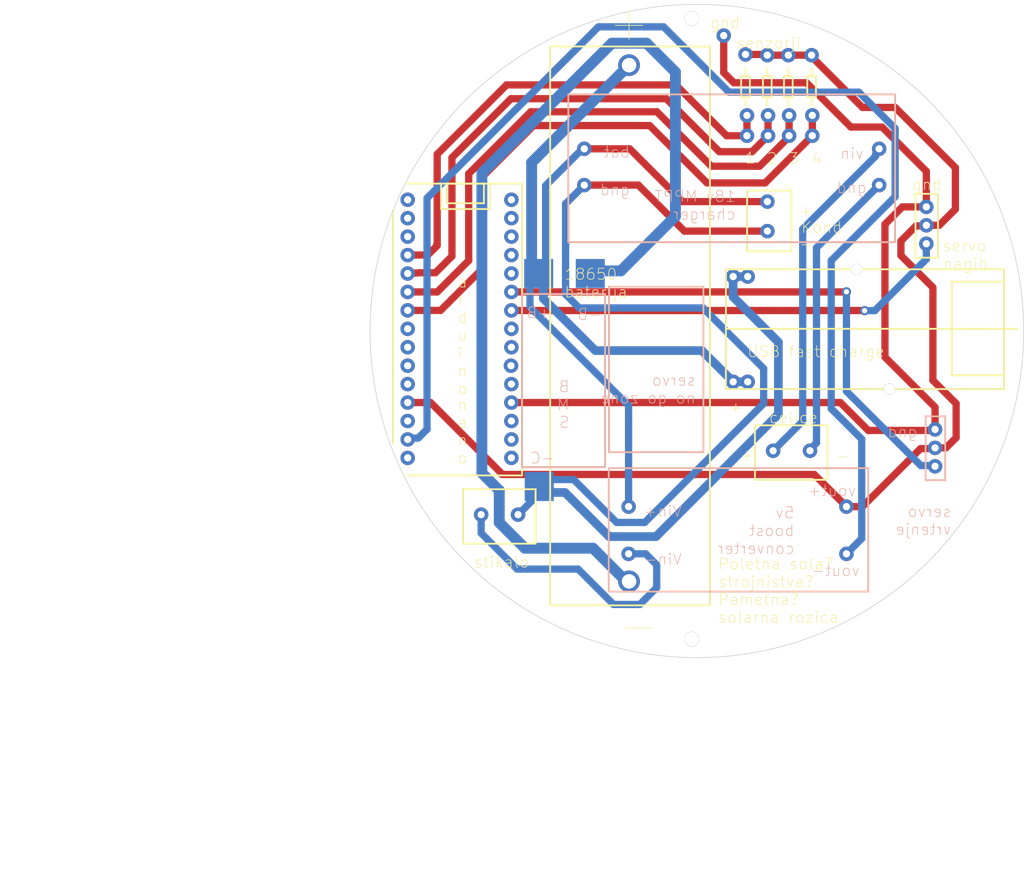
<source format=kicad_pcb>
(kicad_pcb (version 20241229) (generator "pcbnew") (generator_version "9.0")
  (layers (0 "F.Cu" signal) (2 "B.Cu" signal) (13 "F.Paste" user) (15 "B.Paste" user) (5 "F.SilkS" user) (7 "B.SilkS" user) (1 "F.Mask" user) (3 "B.Mask" user) (25 "Edge.Cuts" user))
  (net 0 "")
  (net 1 "Net1")
  (footprint "DEFAULT" (layer "F.Cu") (at 51.8 171.2)
    (property "Reference" "" (at 0 0 0) (layer "F.SilkS") (effects (font (size 1.27 1.27))))
    (property "Value" "")
    (pad "" thru_hole circle (at 86.364 -40.202) (size 3 3) (drill 2) (layers "*.Cu"))
    (pad "105" thru_hole circle (at 66 -49.4) (size 2 2) (drill 1) (layers "*.Cu"))
    (pad "105" thru_hole circle (at 106.2 -58.2) (size 2 2) (drill 1) (layers "*.Cu"))
    (pad "107" thru_hole circle (at 71.08 -49.4) (size 2 2) (drill 1) (layers "*.Cu"))
    (pad "107" thru_hole circle (at 111.28 -58.2) (size 2 2) (drill 1) (layers "*.Cu"))
    (pad "128" thru_hole circle (at 86.364 -111.322) (size 3 3) (drill 2) (layers "*.Cu"))
    (pad "129" thru_hole circle (at 120.8 -99.8 270) (size 2 2) (drill 1) (layers "*.Cu"))
    (pad "130" thru_hole circle (at 120.8 -94.8 270) (size 2 2) (drill 1) (layers "*.Cu"))
    (pad "131" thru_hole circle (at 80.2 -99.8 270) (size 2 2) (drill 1) (layers "*.Cu"))
    (pad "132" thru_hole circle (at 80.2 -94.8 270) (size 2 2) (drill 1) (layers "*.Cu"))
    (pad "134" smd rect (at 73.918 -82.62) (size 4 4) (layers "B.Cu"))
    (pad "134" smd rect (at 74 -53.275) (size 4 4) (layers "B.Cu"))
    (pad "134" smd rect (at 81.03 -82.62) (size 4 4) (layers "B.Cu"))
    (pad "137" thru_hole circle (at 86.3 -50.5 270) (size 2 2) (drill 1) (layers "*.Cu"))
    (pad "137" thru_hole circle (at 116.3 -50.5 270) (size 2 2) (drill 1) (layers "*.Cu"))
    (pad "138" thru_hole circle (at 86.3 -44 270) (size 2 2) (drill 1) (layers "*.Cu"))
    (pad "138" thru_hole circle (at 116.3 -44 270) (size 2 2) (drill 1) (layers "*.Cu"))
    (pad "141" thru_hole circle (at 55.884 -92.78) (size 2 2) (drill 1) (layers "*.Cu"))
    (pad "141" thru_hole circle (at 55.884 -90.24) (size 2 2) (drill 1) (layers "*.Cu"))
    (pad "141" thru_hole circle (at 70.108 -69.92) (size 1.524 1.524) (drill 0.762) (layers "*.Cu"))
    (pad "141" thru_hole circle (at 70.108 -69.92) (size 2 2) (drill 1) (layers "*.Cu"))
    (pad "141" thru_hole circle (at 70.164 -92.78) (size 2 2) (drill 1) (layers "*.Cu"))
    (pad "141" thru_hole circle (at 70.164 -90.24) (size 2 2) (drill 1) (layers "*.Cu"))
    (pad "141" thru_hole circle (at 70.164 -87.7) (size 2 2) (drill 1) (layers "*.Cu"))
    (pad "141" thru_hole circle (at 70.164 -85.16) (size 2 2) (drill 1) (layers "*.Cu"))
    (pad "141" thru_hole circle (at 70.164 -82.62) (size 2 2) (drill 1) (layers "*.Cu"))
    (pad "141" thru_hole circle (at 70.164 -80.08) (size 2 2) (drill 1) (layers "*.Cu"))
    (pad "141" thru_hole circle (at 70.164 -77.54) (size 2 2) (drill 1) (layers "*.Cu"))
    (pad "141" thru_hole circle (at 70.164 -75) (size 2 2) (drill 1) (layers "*.Cu"))
    (pad "141" thru_hole circle (at 70.164 -72.46) (size 2 2) (drill 1) (layers "*.Cu"))
    (pad "141" thru_hole circle (at 70.164 -67.38) (size 2 2) (drill 1) (layers "*.Cu"))
    (pad "141" thru_hole circle (at 70.164 -64.84) (size 2 2) (drill 1) (layers "*.Cu"))
    (pad "141" thru_hole circle (at 70.164 -62.3) (size 2 2) (drill 1) (layers "*.Cu"))
    (pad "141" thru_hole circle (at 70.164 -59.76) (size 2 2) (drill 1) (layers "*.Cu"))
    (pad "141" thru_hole circle (at 70.164 -57.22) (size 2 2) (drill 1) (layers "*.Cu"))
    (pad "142" thru_hole circle (at 55.884 -87.7) (size 2 2) (drill 1) (layers "*.Cu"))
    (pad "143" thru_hole circle (at 55.884 -85.16) (size 2 2) (drill 1) (layers "*.Cu"))
    (pad "143" thru_hole circle (at 127.3 -91.8) (size 2 2) (drill 1) (layers "*.Cu"))
    (pad "143" thru_hole circle (at 128.5 -61.14) (size 2 2) (drill 1) (layers "*.Cu"))
    (pad "144" thru_hole circle (at 55.884 -82.62) (size 2 2) (drill 1) (layers "*.Cu"))
    (pad "144" thru_hole circle (at 127.3 -89.26) (size 2 2) (drill 1) (layers "*.Cu"))
    (pad "144" thru_hole circle (at 128.5 -58.6) (size 2 2) (drill 1) (layers "*.Cu"))
    (pad "145" thru_hole circle (at 55.884 -80.08) (size 2 2) (drill 1) (layers "*.Cu"))
    (pad "145" thru_hole circle (at 127.3 -86.72) (size 2 2) (drill 1) (layers "*.Cu"))
    (pad "145" thru_hole circle (at 128.5 -56.06) (size 2 2) (drill 1) (layers "*.Cu"))
    (pad "146" thru_hole circle (at 55.884 -77.54) (size 2 2) (drill 1) (layers "*.Cu"))
    (pad "147" thru_hole circle (at 55.884 -75) (size 2 2) (drill 1) (layers "*.Cu"))
    (pad "148" thru_hole circle (at 55.884 -72.46) (size 2 2) (drill 1) (layers "*.Cu"))
    (pad "149" thru_hole circle (at 55.884 -69.92) (size 2 2) (drill 1) (layers "*.Cu"))
    (pad "150" thru_hole circle (at 55.884 -67.38) (size 2 2) (drill 1) (layers "*.Cu"))
    (pad "151" thru_hole circle (at 55.884 -64.84) (size 2 2) (drill 1) (layers "*.Cu"))
    (pad "152" thru_hole circle (at 55.884 -62.3) (size 2 2) (drill 1) (layers "*.Cu"))
    (pad "153" thru_hole circle (at 55.884 -59.76) (size 2 2) (drill 1) (layers "*.Cu"))
    (pad "154" thru_hole circle (at 55.884 -57.22) (size 2 2) (drill 1) (layers "*.Cu"))
    (pad "155" thru_hole circle (at 95 -117.75) (size 2 2) (drill 3.2) (layers "*.Cu"))
    (pad "155" thru_hole circle (at 95 -32.25) (size 2 2) (drill 3.2) (layers "*.Cu"))
    (pad "155" thru_hole circle (at 99.4 -115.4) (size 2 2) (drill 1) (layers "*.Cu"))
    (pad "156" thru_hole circle (at 102.6 -101.6) (size 2 2) (drill 1) (layers "*.Cu"))
    (pad "156" thru_hole circle (at 105.5 -101.6) (size 2 2) (drill 1) (layers "*.Cu"))
    (pad "156" thru_hole circle (at 108.4 -101.6) (size 2 2) (drill 1) (layers "*.Cu"))
    (pad "156" thru_hole circle (at 111.6 -101.6) (size 2 2) (drill 1) (layers "*.Cu"))
    (pad "157" thru_hole circle (at 102.6 -104.4) (size 2 2) (drill 1) (layers "*.Cu"))
    (pad "157" thru_hole circle (at 105.5 -104.4) (size 2 2) (drill 1) (layers "*.Cu"))
    (pad "157" thru_hole circle (at 108.4 -104.4) (size 2 2) (drill 1) (layers "*.Cu"))
    (pad "157" thru_hole circle (at 111.6 -104.4) (size 2 2) (drill 1) (layers "*.Cu"))
    (pad "158" thru_hole circle (at 102.4 -112.8) (size 2 2) (drill 1) (layers "*.Cu"))
    (pad "158" thru_hole circle (at 105.4 -112.7) (size 2 2) (drill 1) (layers "*.Cu"))
    (pad "158" thru_hole circle (at 105.414 -92.526) (size 2 2) (drill 1) (layers "*.Cu"))
    (pad "158" thru_hole circle (at 105.414 -88.462) (size 2 2) (drill 1) (layers "*.Cu"))
    (pad "158" thru_hole circle (at 108.3 -112.7) (size 2 2) (drill 1) (layers "*.Cu"))
    (pad "158" thru_hole circle (at 111.5 -112.7) (size 2 2) (drill 1) (layers "*.Cu"))
    (pad "169" thru_hole circle (at 100.7 -82.2) (size 2 2) (drill 1) (layers "*.Cu"))
    (pad "169" thru_hole circle (at 100.7 -67.7) (size 2 2) (drill 1) (layers "*.Cu"))
    (pad "170" thru_hole circle (at 102.7 -82.2) (size 2 2) (drill 1) (layers "*.Cu"))
    (pad "170" thru_hole circle (at 102.7 -67.7) (size 2 2) (drill 1) (layers "*.Cu"))
    (pad "171" thru_hole circle (at 122.2 -66.7) (size 1.524 1.524) (drill 2) (layers "*.Cu"))
    (pad "172" thru_hole circle (at 117.7 -83.2) (size 1.524 1.524) (drill 2) (layers "*.Cu"))
  )
  (gr_line (start 151.5 88) (end 189.8 88) (stroke (width 0.254)) (layer "F.SilkS"))
  (gr_line (start 127.3 57.3) (end 149.3 57.3) (stroke (width 0.254)) (layer "F.SilkS"))
  (gr_line (start 154.8 64.3) (end 154.8 63.5) (stroke (width 0.254)) (layer "F.SilkS"))
  (gr_line (start 159.5 61.4) (end 160.7 61.4) (stroke (width 0.254)) (layer "F.SilkS"))
  (gr_line (start 165.5 117) (end 165.5 109.5) (stroke (width 0.254)) (layer "F.SilkS"))
  (gr_line (start 154.8 63.5) (end 154.8 61.4) (stroke (width 0.254)) (layer "F.SilkS"))
  (gr_line (start 177.6 86.4) (end 177.6 77.6) (stroke (width 0.254)) (layer "F.SilkS"))
  (gr_line (start 112.184 76.2) (end 112.284 76.2) (stroke (width 0.254)) (layer "F.SilkS"))
  (gr_line (start 154.42 77.15) (end 160.516 77.15) (stroke (width 0.254)) (layer "F.SilkS"))
  (gr_line (start 123.432 76.2) (end 123.432 116.4) (stroke (width 0.254)) (layer "F.SilkS"))
  (gr_line (start 165.5 117) (end 165.5 109.5) (stroke (width 0.254)) (layer "F.SilkS"))
  (gr_line (start 112.284 79.7) (end 112.284 76.2) (stroke (width 0.254)) (layer "F.SilkS"))
  (gr_line (start 156.6 61.4) (end 157.8 61.4) (stroke (width 0.254)) (layer "F.SilkS"))
  (gr_line (start 127.3 134.3) (end 149.3 134.3) (stroke (width 0.254)) (layer "F.SilkS"))
  (gr_line (start 154.2 64.3) (end 154.2 64.3) (stroke (width 0.254)) (layer "F.SilkS"))
  (gr_line (start 163.3 64.3) (end 163.3 64.3) (stroke (width 0.254)) (layer "F.SilkS"))
  (gr_line (start 163.3 61.4) (end 163.3 60.3) (stroke (width 0.254)) (layer "F.SilkS"))
  (gr_line (start 163.9 64.3) (end 163.9 63.5) (stroke (width 0.254)) (layer "F.SilkS"))
  (gr_line (start 157.2 64.3) (end 157.20001 64.3) (stroke (width 0.254)) (layer "F.SilkS"))
  (gr_line (start 112.284 79.7) (end 118.984 79.7) (stroke (width 0.254)) (layer "F.SilkS"))
  (gr_line (start 162.7 61.4) (end 163.3 61.4) (stroke (width 0.254)) (layer "F.SilkS"))
  (gr_line (start 115.3 118.3) (end 125.3 118.3) (stroke (width 0.254)) (layer "F.SilkS"))
  (gr_line (start 156.6 64.3) (end 156.6 61.4) (stroke (width 0.254)) (layer "F.SilkS"))
  (gr_line (start 153.6 64.3) (end 153.6 61.4) (stroke (width 0.254)) (layer "F.SilkS"))
  (gr_line (start 153.6 61.4) (end 154.8 61.4) (stroke (width 0.254)) (layer "F.SilkS"))
  (gr_line (start 182.6 102.6) (end 182.6 89.7) (stroke (width 0.254)) (layer "F.SilkS"))
  (gr_line (start 151.5 104.5) (end 189.8 104.5) (stroke (width 0.254)) (layer "F.SilkS"))
  (gr_line (start 160.1 61.4) (end 160.1 61.4) (stroke (width 0.254)) (layer "F.SilkS"))
  (gr_line (start 157.2 65.4) (end 157.2 64.3) (stroke (width 0.254)) (layer "F.SilkS"))
  (gr_line (start 177.7 77.6) (end 180.7 77.6) (stroke (width 0.254)) (layer "F.SilkS"))
  (gr_line (start 189.8 102.6) (end 189.8 89.7) (stroke (width 0.254)) (layer "F.SilkS"))
  (gr_line (start 155.5 117) (end 155.5 109.5) (stroke (width 0.254)) (layer "F.SilkS"))
  (gr_line (start 154.2 61.4) (end 154.2 60.3) (stroke (width 0.254)) (layer "F.SilkS"))
  (gr_line (start 182.6 89.7) (end 189.8 89.7) (stroke (width 0.254)) (layer "F.SilkS"))
  (gr_line (start 159.5 64.3) (end 159.5 61.4) (stroke (width 0.254)) (layer "F.SilkS"))
  (gr_line (start 180.7 86.4) (end 180.7 77.6) (stroke (width 0.254)) (layer "F.SilkS"))
  (gr_line (start 118.984 79.7) (end 118.984 76.2) (stroke (width 0.254)) (layer "F.SilkS"))
  (gr_line (start 153.6 61.4) (end 154.2 61.4) (stroke (width 0.254)) (layer "F.SilkS"))
  (gr_line (start 154.42 85.532) (end 154.42 77.15) (stroke (width 0.254)) (layer "F.SilkS"))
  (gr_line (start 163.3 61.4) (end 163.3 61.4) (stroke (width 0.254)) (layer "F.SilkS"))
  (gr_line (start 157.2 61.4) (end 157.20001 61.4) (stroke (width 0.254)) (layer "F.SilkS"))
  (gr_line (start 149.3 57.3) (end 149.3 134.3) (stroke (width 0.254)) (layer "F.SilkS"))
  (gr_line (start 157.2 61.4) (end 157.2 60.3) (stroke (width 0.254)) (layer "F.SilkS"))
  (gr_line (start 156.6 61.4) (end 157.2 61.4) (stroke (width 0.254)) (layer "F.SilkS"))
  (gr_line (start 159.5 64.3) (end 160.7 64.3) (stroke (width 0.254)) (layer "F.SilkS"))
  (gr_line (start 160.1 65.4) (end 160.1 64.3) (stroke (width 0.254)) (layer "F.SilkS"))
  (gr_line (start 182.6 102.6) (end 189.8 102.6) (stroke (width 0.254)) (layer "F.SilkS"))
  (gr_line (start 162.7 64.3) (end 162.7 61.4) (stroke (width 0.254)) (layer "F.SilkS"))
  (gr_line (start 125.3 125.79999) (end 125.3 118.3) (stroke (width 0.254)) (layer "F.SilkS"))
  (gr_line (start 160.1 61.4) (end 160.1 60.3) (stroke (width 0.254)) (layer "F.SilkS"))
  (gr_line (start 160.7 63.5) (end 160.7 61.4) (stroke (width 0.254)) (layer "F.SilkS"))
  (gr_line (start 163.3 65.4) (end 163.3 64.3) (stroke (width 0.254)) (layer "F.SilkS"))
  (gr_line (start 151.5 104.5) (end 151.5 96.25) (stroke (width 0.254)) (layer "F.SilkS"))
  (gr_line (start 160.7 64.3) (end 160.7 63.5) (stroke (width 0.254)) (layer "F.SilkS"))
  (gr_line (start 162.7 61.4) (end 163.9 61.4) (stroke (width 0.254)) (layer "F.SilkS"))
  (gr_line (start 151.5 96.2) (end 151.5 88) (stroke (width 0.254)) (layer "F.SilkS"))
  (gr_line (start 113.084 78.9) (end 118.184 78.9) (stroke (width 0.254)) (layer "F.SilkS"))
  (gr_line (start 105.652 79.944) (end 105.652 111.948) (stroke (width 0.254)) (layer "F.SilkS"))
  (gr_line (start 115.3 125.79999) (end 125.3 125.79999) (stroke (width 0.254)) (layer "F.SilkS"))
  (gr_line (start 125.3 125.79999) (end 125.3 118.3) (stroke (width 0.254)) (layer "F.SilkS"))
  (gr_line (start 118.184 78.9) (end 118.184 76.2) (stroke (width 0.254)) (layer "F.SilkS"))
  (gr_line (start 115.3 125.79999) (end 115.3 118.3) (stroke (width 0.254)) (layer "F.SilkS"))
  (gr_line (start 160.1 64.3) (end 160.1 64.3) (stroke (width 0.254)) (layer "F.SilkS"))
  (gr_line (start 157.8 63.5) (end 157.8 61.4) (stroke (width 0.254)) (layer "F.SilkS"))
  (gr_line (start 154.2 65.4) (end 154.2 64.3) (stroke (width 0.254)) (layer "F.SilkS"))
  (gr_line (start 107.43 76.2) (end 123.432 76.2) (stroke (width 0.254)) (layer "F.SilkS"))
  (gr_line (start 113.084 78.9) (end 113.084 76.2) (stroke (width 0.254)) (layer "F.SilkS"))
  (gr_line (start 163.9 63.5) (end 163.9 61.4) (stroke (width 0.254)) (layer "F.SilkS"))
  (gr_line (start 157.8 64.3) (end 157.8 63.5) (stroke (width 0.254)) (layer "F.SilkS"))
  (gr_line (start 160.516 85.532) (end 160.516 77.15) (stroke (width 0.254)) (layer "F.SilkS"))
  (gr_line (start 189.8 104.5) (end 189.8 88) (stroke (width 0.254)) (layer "F.SilkS"))
  (gr_line (start 154.42 85.532) (end 160.516 85.532) (stroke (width 0.254)) (layer "F.SilkS"))
  (gr_line (start 154.2 61.4) (end 154.2 61.4) (stroke (width 0.254)) (layer "F.SilkS"))
  (gr_line (start 113.084 76.2) (end 118.184 76.2) (stroke (width 0.254)) (layer "F.SilkS"))
  (gr_line (start 153.6 64.3) (end 154.8 64.3) (stroke (width 0.254)) (layer "F.SilkS"))
  (gr_line (start 155.5 109.5) (end 165.5 109.5) (stroke (width 0.254)) (layer "F.SilkS"))
  (gr_line (start 127.3 134.3) (end 127.3 57.3) (stroke (width 0.254)) (layer "F.SilkS"))
  (gr_line (start 151.5 96.2) (end 191.6 96.2) (stroke (width 0.254)) (layer "F.SilkS"))
  (gr_line (start 162.7 64.3) (end 163.9 64.3) (stroke (width 0.254)) (layer "F.SilkS"))
  (gr_line (start 107.684 116.4) (end 123.432 116.4) (stroke (width 0.254)) (layer "F.SilkS"))
  (gr_line (start 156.6 64.3) (end 157.8 64.3) (stroke (width 0.254)) (layer "F.SilkS"))
  (gr_line (start 155.5 117) (end 165.5 117) (stroke (width 0.254)) (layer "F.SilkS"))
  (gr_line (start 177.6 86.4) (end 180.7 86.4) (stroke (width 0.254)) (layer "F.SilkS"))
  (gr_line (start 159.5 61.4) (end 160.1 61.4) (stroke (width 0.254)) (layer "F.SilkS"))
  (gr_line (start 129.8 84.262) (end 174.8 84.262) (stroke (width 0.254)) (layer "B.SilkS"))
  (gr_line (start 135.4 113.2) (end 135.4 95.7) (stroke (width 0.254)) (layer "B.SilkS"))
  (gr_line (start 135.37 115.4) (end 171.1 115.4) (stroke (width 0.254)) (layer "B.SilkS"))
  (gr_line (start 181.7 117.06) (end 181.7 108.26) (stroke (width 0.254)) (layer "B.SilkS"))
  (gr_line (start 179 117.06) (end 181.7 117.06) (stroke (width 0.254)) (layer "B.SilkS"))
  (gr_line (start 135.37 132.4) (end 171.1 132.4) (stroke (width 0.254)) (layer "B.SilkS"))
  (gr_line (start 123.432 115.25) (end 125.25 115.25) (stroke (width 0.254)) (layer "B.SilkS"))
  (gr_line (start 134.862 115.25) (end 134.862 91.4) (stroke (width 0.254)) (layer "B.SilkS"))
  (gr_line (start 171.1 132.4) (end 171.1 115.4) (stroke (width 0.254)) (layer "B.SilkS"))
  (gr_line (start 179 117.06) (end 179 108.26) (stroke (width 0.254)) (layer "B.SilkS"))
  (gr_line (start 123.432 91.4) (end 131.6 91.4) (stroke (width 0.254)) (layer "B.SilkS"))
  (gr_line (start 135.4 90.4) (end 148.4 90.4) (stroke (width 0.254)) (layer "B.SilkS"))
  (gr_line (start 131.6 91.4) (end 134.862 91.4) (stroke (width 0.254)) (layer "B.SilkS"))
  (gr_line (start 179 108.26) (end 181.7 108.26) (stroke (width 0.254)) (layer "B.SilkS"))
  (gr_line (start 174.8 84.262) (end 174.8 63.9) (stroke (width 0.254)) (layer "B.SilkS"))
  (gr_line (start 129.8 63.9) (end 174.8 63.9) (stroke (width 0.254)) (layer "B.SilkS"))
  (gr_line (start 123.432 91.4) (end 123.432 115.25) (stroke (width 0.254)) (layer "B.SilkS"))
  (gr_line (start 129.8 84.262) (end 129.8 63.9) (stroke (width 0.254)) (layer "B.SilkS"))
  (gr_line (start 135.37 132.4) (end 135.37 115.4) (stroke (width 0.254)) (layer "B.SilkS"))
  (gr_line (start 148.4 113.2) (end 148.4 90.4) (stroke (width 0.254)) (layer "B.SilkS"))
  (gr_line (start 135.4 113.2) (end 148.4 113.2) (stroke (width 0.254)) (layer "B.SilkS"))
  (gr_line (start 125.25 115.25) (end 134.862 115.25) (stroke (width 0.254)) (layer "B.SilkS"))
  (gr_line (start 135.4 95.7) (end 135.4 90.4) (stroke (width 0.254)) (layer "B.SilkS"))
  (gr_circle (center 147.5 96.5) (end 192.5 96.5) (stroke (width 0.1)) (fill no) (layer "Edge.Cuts"))
  (gr_text "+" (at 135 54 0) (layer "F.SilkS") (effects (font (size 5 5) (thickness 0.1)) (justify left)))
  (gr_text "-" (at 161.532 84.51575 0) (layer "F.SilkS") (effects (font (size 1.524 1.524) (thickness 0.1)) (justify left)))
  (gr_text "2" (at 157.054 72.746 0) (layer "F.SilkS") (effects (font (size 1.524 1.524) (thickness 0.1)) (justify left)))
  (gr_text "a\nr\nd\nu\ni\nn\no" (at 114.484 97.1 0) (layer "F.SilkS") (effects (font (size 1.524 1.524) (thickness 0.1)) (justify left)))
  (gr_text "stikalo" (at 116.754 128.346 0) (layer "F.SilkS") (effects (font (size 1.524 1.524) (thickness 0.1)) (justify left)))
  (gr_text "servo\nnagib" (at 181.3 86 0) (layer "F.SilkS") (effects (font (size 1.524 1.524) (thickness 0.1)) (justify left)))
  (gr_text "-" (at 151.654 87.90775 0) (layer "F.SilkS") (effects (font (size 1.524 1.524) (thickness 0.1)) (justify left)))
  (gr_text "n\na\nn\no" (at 114.484 110.3 0) (layer "F.SilkS") (effects (font (size 1.524 1.524) (thickness 0.1)) (justify left)))
  (gr_text "1" (at 154.054 72.646 0) (layer "F.SilkS") (effects (font (size 1.524 1.524) (thickness 0.1)) (justify left)))
  (gr_text "3" (at 160.054 72.746 0) (layer "F.SilkS") (effects (font (size 1.524 1.524) (thickness 0.1)) (justify left)))
  (gr_text "18650\nbaterija" (at 129.2 89.9 0) (layer "F.SilkS") (effects (font (size 1.524 1.524) (thickness 0.1)) (justify left)))
  (gr_text "senzorji" (at 152.854 56.83817 0) (layer "F.SilkS") (effects (font (size 1.524 1.524) (thickness 0.1)) (justify left)))
  (gr_text "gnd" (at 177.054 76.33817 0) (layer "F.SilkS") (effects (font (size 1.524 1.524) (thickness 0.1)) (justify left)))
  (gr_text "+" (at 161.532 79.94392 0) (layer "F.SilkS") (effects (font (size 1.524 1.524) (thickness 0.1)) (justify left)))
  (gr_text "+" (at 151.854 106.99992 0) (layer "F.SilkS") (effects (font (size 1.524 1.524) (thickness 0.1)) (justify left)))
  (gr_text "-" (at 136.275 137 0) (layer "F.SilkS") (effects (font (size 5 5) (thickness 0.1)) (justify left)))
  (gr_text "Poletna sola\r\nstrojnistva\r\nPametna\r\nsolarna rozica" (at 150.356 132.268 0) (layer "F.SilkS") (effects (font (size 1.524 1.524) (thickness 0.1)) (justify left)))
  (gr_text "celice" (at 157.354 108.446 0) (layer "F.SilkS") (effects (font (size 1.524 1.524) (thickness 0.1)) (justify left)))
  (gr_text "gnd" (at 149.254 54.03816 0) (layer "F.SilkS") (effects (font (size 1.524 1.524) (thickness 0.1)) (justify left)))
  (gr_text "+" (at 153.354 113.59992 0) (layer "F.SilkS") (effects (font (size 1.524 1.524) (thickness 0.1)) (justify left)))
  (gr_text "4" (at 163.254 72.746 0) (layer "F.SilkS") (effects (font (size 1.524 1.524) (thickness 0.1)) (justify left)))
  (gr_text "-" (at 166.554 113.70775 0) (layer "F.SilkS") (effects (font (size 1.524 1.524) (thickness 0.1)) (justify left)))
  (gr_text "Kond" (at 161.786 82.23 0) (layer "F.SilkS") (effects (font (size 1.524 1.524) (thickness 0.1)) (justify left)))
  (gr_text "USB fast charge" (at 154.354 99.33817 0) (layer "F.SilkS") (effects (font (size 1.524 1.524) (thickness 0.1)) (justify left)))
  (gr_text "gnd" (at 138.346 77.03817 360) (layer "B.SilkS") (effects (font (size 1.524 1.524) (thickness 0.1)) (justify left mirror)))
  (gr_text "vin" (at 170.546 72.046 360) (layer "B.SilkS") (effects (font (size 1.524 1.524) (thickness 0.1)) (justify left mirror)))
  (gr_text "-C" (at 128 114 0) (layer "B.SilkS") (effects (font (size 1.524 1.524) (thickness 0.1)) (justify left mirror)))
  (gr_text "5v\nboost\nconverter" (at 161 124 0) (layer "B.SilkS") (effects (font (size 1.524 1.524) (thickness 0.1)) (justify left mirror)))
  (gr_text "18v MPPT\ncharger" (at 152.896 79.182 0) (layer "B.SilkS") (effects (font (size 1.524 1.524) (thickness 0.1)) (justify left mirror)))
  (gr_text "-B" (at 134.5 94.196 0) (layer "B.SilkS") (effects (font (size 1.524 1.524) (thickness 0.1)) (justify left mirror)))
  (gr_text "Vin+" (at 145.53 121.346 360) (layer "B.SilkS") (effects (font (size 1.524 1.524) (thickness 0.1)) (justify left mirror)))
  (gr_text "vout+" (at 169.5 118.5 360) (layer "B.SilkS") (effects (font (size 1.524 1.524) (thickness 0.1)) (justify left mirror)))
  (gr_text "Vin-" (at 145.53 127.95 360) (layer "B.SilkS") (effects (font (size 1.524 1.524) (thickness 0.1)) (justify left mirror)))
  (gr_text "servo\nno go zone" (at 147.4 104.5 0) (layer "B.SilkS") (effects (font (size 1.524 1.524) (thickness 0.1)) (justify left mirror)))
  (gr_text "B\nM\nS" (at 130.036 106.614 0) (layer "B.SilkS") (effects (font (size 1.524 1.524) (thickness 0.1)) (justify left mirror)))
  (gr_text "servo\nvrtenje" (at 182.6 122.6 0) (layer "B.SilkS") (effects (font (size 1.524 1.524) (thickness 0.1)) (justify left mirror)))
  (gr_text "vout-" (at 170 129.5 360) (layer "B.SilkS") (effects (font (size 1.524 1.524) (thickness 0.1)) (justify left mirror)))
  (gr_text "bat" (at 138.346 71.846 360) (layer "B.SilkS") (effects (font (size 1.524 1.524) (thickness 0.1)) (justify left mirror)))
  (gr_text "gnd" (at 177.946 110.39817 0) (layer "B.SilkS") (effects (font (size 1.524 1.524) (thickness 0.1)) (justify left mirror)))
  (gr_text "gnd" (at 170.946 76.73816 360) (layer "B.SilkS") (effects (font (size 1.524 1.524) (thickness 0.1)) (justify left mirror)))
  (gr_text "+B" (at 127.5 94 0) (layer "B.SilkS") (effects (font (size 1.524 1.524) (thickness 0.1)) (justify left mirror)))
  (segment (start 149.5 73.8) (end 156.1418 73.8) (width 1) (layer "F.Cu") (net 1))
  (segment (start 121.9 64.5) (end 143.3 64.5) (width 1) (layer "F.Cu") (net 1))
  (segment (start 113.78 72.62) (end 121.9 64.5) (width 1) (layer "F.Cu") (net 1))
  (segment (start 180 103.3) (end 183.2 106.5) (width 1) (layer "F.Cu") (net 1))
  (segment (start 173.4 100.1) (end 180.3 107) (width 1) (layer "F.Cu") (net 1))
  (segment (start 107.684 86.04) (end 109.27348 86.03053) (width 1) (layer "F.Cu") (net 1))
  (segment (start 132 76.4) (end 139.446 76.4) (width 1) (layer "F.Cu") (net 1))
  (segment (start 183.1 79.712) (end 183.1 75.4) (width 1) (layer "F.Cu") (net 1))
  (segment (start 156.9 76.1) (end 163.4 69.6) (width 1) (layer "F.Cu") (net 1))
  (segment (start 157.1 58.4) (end 157.2 58.5) (width 1) (layer "F.Cu") (net 1))
  (segment (start 160.2 69.6) (end 160.2 66.8) (width 1) (layer "F.Cu") (net 1))
  (segment (start 173.4 81.8) (end 175.8 79.4) (width 1) (layer "F.Cu") (net 1))
  (segment (start 180.3 112.6) (end 181.8 112.6) (width 1) (layer "F.Cu") (net 1))
  (segment (start 154.2 66.9) (end 154.4 67.10001) (width 1) (layer "F.Cu") (net 1))
  (segment (start 116.084 74.846) (end 124.63 66.3) (width 1) (layer "F.Cu") (net 1))
  (segment (start 143.3 64.5) (end 150.4 71.6) (width 1) (layer "F.Cu") (net 1))
  (segment (start 123 93.68) (end 170.58 93.68) (width 1) (layer "F.Cu") (net 1))
  (segment (start 109.27348 86.03053) (end 110.45347 86.03053) (width 1) (layer "F.Cu") (net 1))
  (segment (start 110.45347 86.03053) (end 111.684 84.8) (width 1) (layer "F.Cu") (net 1))
  (segment (start 151.2 60.9) (end 152.6 62.3) (width 1) (layer "F.Cu") (net 1))
  (segment (start 122.98 91.12) (end 168.08 91.12) (width 1) (layer "F.Cu") (net 1))
  (segment (start 154.4 69.6) (end 154.4 66.8) (width 1) (layer "F.Cu") (net 1))
  (segment (start 154.2 58.4) (end 157.1 58.4) (width 1) (layer "F.Cu") (net 1))
  (segment (start 171.1 110.2) (end 180.16 110.2) (width 1) (layer "F.Cu") (net 1))
  (segment (start 150.6 71.8) (end 155.1 71.8) (width 1) (layer "F.Cu") (net 1))
  (segment (start 113.78 86.204) (end 113.78 72.62) (width 1) (layer "F.Cu") (net 1))
  (segment (start 173.4 100.1) (end 173.4 81.8) (width 1) (layer "F.Cu") (net 1))
  (segment (start 162.6 62.3) (end 168 67.7) (width 1) (layer "F.Cu") (net 1))
  (segment (start 122.98 106.36) (end 167.26001 106.36) (width 1) (layer "F.Cu") (net 1))
  (segment (start 111.748 84.74178) (end 111.748 72.152) (width 1) (layer "F.Cu") (net 1))
  (segment (start 175.6 84.1) (end 177.68053 82.01947) (width 1) (layer "F.Cu") (net 1))
  (segment (start 179.02053 82.01947) (end 179.1 81.94) (width 1) (layer "F.Cu") (net 1))
  (segment (start 144.6 62.6) (end 151.6 69.6) (width 1) (layer "F.Cu") (net 1))
  (segment (start 118.098 87.786) (end 118.098 75.118) (width 1) (layer "F.Cu") (net 1))
  (segment (start 107.684 91.12) (end 111.764 91.12) (width 1) (layer "F.Cu") (net 1))
  (segment (start 111.684 84.8) (end 111.684 84.55394) (width 1) (layer "F.Cu") (net 1))
  (segment (start 163.57991 58.97991) (end 170.3 65.7) (width 1) (layer "F.Cu") (net 1))
  (segment (start 157.3 69.6) (end 157.3 66.5) (width 1) (layer "F.Cu") (net 1))
  (segment (start 145.784 82.738) (end 157.214 82.738) (width 1) (layer "F.Cu") (net 1))
  (segment (start 170.306 120.7) (end 178.296 112.71) (width 1) (layer "F.Cu") (net 1))
  (segment (start 183.1 75.4) (end 183.1 74) (width 1) (layer "F.Cu") (net 1))
  (segment (start 183.2 111.2) (end 183.2 106.5) (width 1) (layer "F.Cu") (net 1))
  (segment (start 163.4 69.6) (end 163.4 66.5) (width 1) (layer "F.Cu") (net 1))
  (segment (start 160.2 69.74179) (end 160.2 69.6) (width 1) (layer "F.Cu") (net 1))
  (segment (start 124.63 66.3) (end 142 66.3) (width 1) (layer "F.Cu") (net 1))
  (segment (start 170.58 93.68) (end 170.6 93.7) (width 1) (layer "F.Cu") (net 1))
  (segment (start 168 67.7) (end 168.7 68.4) (width 1) (layer "F.Cu") (net 1))
  (segment (start 167.26001 106.36) (end 171.1 110.2) (width 1) (layer "F.Cu") (net 1))
  (segment (start 111.764 91.12) (end 116.084 86.8) (width 1) (layer "F.Cu") (net 1))
  (segment (start 110.844 106.36) (end 120.684 116.2) (width 1) (layer "F.Cu") (net 1))
  (segment (start 160.1 58.5) (end 163.3 58.5) (width 1) (layer "F.Cu") (net 1))
  (segment (start 107.684 93.66) (end 112.224 93.66) (width 1) (layer "F.Cu") (net 1))
  (segment (start 175.6 86.1) (end 175.6 84.1) (width 1) (layer "F.Cu") (net 1))
  (segment (start 168.1 120.7) (end 170.306 120.7) (width 1) (layer "F.Cu") (net 1))
  (segment (start 132 71.4) (end 138.256 71.4) (width 1) (layer "F.Cu") (net 1))
  (segment (start 107.684 106.36) (end 110.844 106.36) (width 1) (layer "F.Cu") (net 1))
  (segment (start 177.68053 82.01947) (end 179.02053 82.01947) (width 1) (layer "F.Cu") (net 1))
  (segment (start 111.50426 88.47974) (end 112.284 87.7) (width 1) (layer "F.Cu") (net 1))
  (segment (start 179.1 81.94) (end 180.872 81.94) (width 1) (layer "F.Cu") (net 1))
  (segment (start 116.084 86.8) (end 116.084 74.846) (width 1) (layer "F.Cu") (net 1))
  (segment (start 109.36426 88.47974) (end 111.50426 88.47974) (width 1) (layer "F.Cu") (net 1))
  (segment (start 150.4 71.6) (end 150.6 71.8) (width 1) (layer "F.Cu") (net 1))
  (segment (start 180 103.3) (end 180 90.5) (width 1) (layer "F.Cu") (net 1))
  (segment (start 120.638 116.266) (end 163.666 116.266) (width 1) (layer "F.Cu") (net 1))
  (segment (start 180.3 110.06) (end 180.3 107) (width 1) (layer "F.Cu") (net 1))
  (segment (start 180.872 81.94) (end 183.1 79.712) (width 1) (layer "F.Cu") (net 1))
  (segment (start 145.53 78.674) (end 157.214 78.674) (width 1) (layer "F.Cu") (net 1))
  (segment (start 178.296 112.71) (end 180.582 112.71) (width 1) (layer "F.Cu") (net 1))
  (segment (start 179.1 79.4) (end 179.1 74.5) (width 1) (layer "F.Cu") (net 1))
  (segment (start 118.098 75.118) (end 125.016 68.2) (width 1) (layer "F.Cu") (net 1))
  (segment (start 121.964 93.66) (end 121.984 93.68) (width 1) (layer "F.Cu") (net 1))
  (segment (start 112.284 87.7) (end 113.78 86.204) (width 1) (layer "F.Cu") (net 1))
  (segment (start 142 66.3) (end 149.5 73.8) (width 1) (layer "F.Cu") (net 1))
  (segment (start 168.7 68.4) (end 173 68.4) (width 1) (layer "F.Cu") (net 1))
  (segment (start 157.2 58.5) (end 160.1 58.5) (width 1) (layer "F.Cu") (net 1))
  (segment (start 163.666 116.266) (end 168.1 120.7) (width 1) (layer "F.Cu") (net 1))
  (segment (start 155.1 71.8) (end 157.3 69.6) (width 1) (layer "F.Cu") (net 1))
  (segment (start 157.3 66.8) (end 157.3 66.8) (width 1) (layer "F.Cu") (net 1))
  (segment (start 152.6 62.3) (end 162.6 62.3) (width 1) (layer "F.Cu") (net 1))
  (segment (start 173 68.4) (end 179.1 74.5) (width 1) (layer "F.Cu") (net 1))
  (segment (start 175.8 79.4) (end 179.1 79.4) (width 1) (layer "F.Cu") (net 1))
  (segment (start 141 68.2) (end 148.9 76.1) (width 1) (layer "F.Cu") (net 1))
  (segment (start 125.016 68.2) (end 141 68.2) (width 1) (layer "F.Cu") (net 1))
  (segment (start 107.684 88.58) (end 109.36426 88.47974) (width 1) (layer "F.Cu") (net 1))
  (segment (start 112.224 93.66) (end 118.098 87.786) (width 1) (layer "F.Cu") (net 1))
  (segment (start 170.3 65.7) (end 174.8 65.7) (width 1) (layer "F.Cu") (net 1))
  (segment (start 121.3 62.6) (end 144.6 62.6) (width 1) (layer "F.Cu") (net 1))
  (segment (start 148.9 76.1) (end 156.9 76.1) (width 1) (layer "F.Cu") (net 1))
  (segment (start 163.4 66.8) (end 163.4 66.8) (width 1) (layer "F.Cu") (net 1))
  (segment (start 180.16 110.2) (end 180.3 110.06) (width 1) (layer "F.Cu") (net 1))
  (segment (start 111.748 72.152) (end 121.3 62.6) (width 1) (layer "F.Cu") (net 1))
  (segment (start 168.08 91.12) (end 168.1 91.1) (width 1) (layer "F.Cu") (net 1))
  (segment (start 156.1418 73.8) (end 160.2 69.74179) (width 1) (layer "F.Cu") (net 1))
  (segment (start 151.6 69.6) (end 154.4 69.6) (width 1) (layer "F.Cu") (net 1))
  (segment (start 139.446 76.4) (end 145.784 82.738) (width 1) (layer "F.Cu") (net 1))
  (segment (start 181.8 112.6) (end 183.2 111.2) (width 1) (layer "F.Cu") (net 1))
  (segment (start 175.6 86.1) (end 180 90.5) (width 1) (layer "F.Cu") (net 1))
  (segment (start 160 66.9) (end 160.2 67.10001) (width 1) (layer "F.Cu") (net 1))
  (segment (start 151.2 60.9) (end 151.2 55.8) (width 1) (layer "F.Cu") (net 1))
  (segment (start 174.8 65.7) (end 183.1 74) (width 1) (layer "F.Cu") (net 1))
  (segment (start 138.256 71.4) (end 145.53 78.674) (width 1) (layer "F.Cu") (net 1))
  (via (at 170.6 93.7) (size 1.27) (drill 0.7112) (layers "F.Cu" "B.Cu") (net 1))
  (via (at 168.1 91.1) (size 1.27) (drill 0.7112) (layers "F.Cu" "B.Cu") (net 1))
  (segment (start 166 107.2) (end 170.2 111.4) (width 1) (layer "B.Cu") (net 1))
  (segment (start 109.14534 111.24866) (end 110.351 110.043) (width 1) (layer "B.Cu") (net 1))
  (segment (start 123.822 126.426) (end 133.201 126.426) (width 1.5) (layer "B.Cu") (net 1))
  (segment (start 133.525 99.2) (end 148.19999 99.2) (width 1.2) (layer "B.Cu") (net 1))
  (segment (start 131.15 129.3) (end 136.025 134.175) (width 1) (layer "B.Cu") (net 1))
  (segment (start 142.925 54.6) (end 151.925 63.6) (width 1) (layer "B.Cu") (net 1))
  (segment (start 158.725 107.975) (end 158.725 98.025) (width 1.2) (layer "B.Cu") (net 1))
  (segment (start 126.375 92.05) (end 133.525 99.2) (width 1.2) (layer "B.Cu") (net 1))
  (segment (start 140.46201 127.2) (end 141.974 128.712) (width 1) (layer "B.Cu") (net 1))
  (segment (start 163.08 112.80921) (end 163.975 111.91421) (width 1) (layer "B.Cu") (net 1))
  (segment (start 138.1 120.7) (end 138.1 108.5) (width 1) (layer "B.Cu") (net 1))
  (segment (start 148.19999 99.2) (end 148.2 99.2) (width 1.2) (layer "B.Cu") (net 1))
  (segment (start 168.1 104.8) (end 178.34347 115.04347) (width 1) (layer "B.Cu") (net 1))
  (segment (start 131.75 71.4) (end 132 71.4) (width 1) (layer "B.Cu") (net 1))
  (segment (start 124.75 73.292) (end 138.164 59.878) (width 1.5) (layer "B.Cu") (net 1))
  (segment (start 179.1 86.6) (end 179.1 84.48) (width 1) (layer "B.Cu") (net 1))
  (segment (start 130.55001 116.975) (end 136.45001 122.875) (width 1) (layer "B.Cu") (net 1))
  (segment (start 136.025 134.175) (end 139.65 134.175) (width 1) (layer "B.Cu") (net 1))
  (segment (start 107.87534 111.24866) (end 109.14534 111.24866) (width 1) (layer "B.Cu") (net 1))
  (segment (start 110.351 109.86435) (end 110.351 78.199) (width 1) (layer "B.Cu") (net 1))
  (segment (start 124.525 93.2) (end 124.525 90) (width 1) (layer "B.Cu") (net 1))
  (segment (start 132.83 88.58) (end 133.846 87.564) (width 1.2) (layer "B.Cu") (net 1))
  (segment (start 139.65 134.175) (end 141.974 131.851) (width 1) (layer "B.Cu") (net 1))
  (segment (start 170.2 125.1) (end 170.2 111.4) (width 1) (layer "B.Cu") (net 1))
  (segment (start 144.55 80.7) (end 144.55 60.825) (width 1.5) (layer "B.Cu") (net 1))
  (segment (start 117.9 74.75) (end 135.8 56.85) (width 1.5) (layer "B.Cu") (net 1))
  (segment (start 122.75 129.3) (end 131.15 129.3) (width 1) (layer "B.Cu") (net 1))
  (segment (start 152.5 103.5) (end 154.5 103.5) (width 1.2) (layer "B.Cu") (net 1))
  (segment (start 120.294 122.898) (end 123.822 126.426) (width 1.5) (layer "B.Cu") (net 1))
  (segment (start 133.125 88.225) (end 137.025 88.225) (width 1.5) (layer "B.Cu") (net 1))
  (segment (start 117.9 116.068) (end 120.294 118.462) (width 1.5) (layer "B.Cu") (net 1))
  (segment (start 124.675 118.125) (end 124.775 118.025) (width 1) (layer "B.Cu") (net 1))
  (segment (start 180.20347 115.04347) (end 180.3 115.14) (width 1) (layer "B.Cu") (net 1))
  (segment (start 138.1 108.5) (end 138.1 106.775) (width 1) (layer "B.Cu") (net 1))
  (segment (start 141.875 124.825) (end 158.725 107.975) (width 1.2) (layer "B.Cu") (net 1))
  (segment (start 107.684 111.44) (end 107.87534 111.24866) (width 1) (layer "B.Cu") (net 1))
  (segment (start 168.1 127.2) (end 170.2 125.1) (width 1) (layer "B.Cu") (net 1))
  (segment (start 126.675 76.475) (end 131.75 71.4) (width 1) (layer "B.Cu") (net 1))
  (segment (start 135.8 56.85) (end 140.575 56.85) (width 1.5) (layer "B.Cu") (net 1))
  (segment (start 126.675 87.7) (end 126.675 76.475) (width 1) (layer "B.Cu") (net 1))
  (segment (start 131.95 76.45) (end 132 76.4) (width 1) (layer "B.Cu") (net 1))
  (segment (start 158 113) (end 162.075 108.925) (width 1) (layer "B.Cu") (net 1))
  (segment (start 129.425 78.975) (end 131.95 76.45) (width 1) (layer "B.Cu") (net 1))
  (segment (start 166 107.2) (end 166 86.8) (width 1) (layer "B.Cu") (net 1))
  (segment (start 136.45001 122.875) (end 140.325 122.875) (width 1) (layer "B.Cu") (net 1))
  (segment (start 178.34347 115.04347) (end 180.20347 115.04347) (width 1) (layer "B.Cu") (net 1))
  (segment (start 151.925 63.6) (end 169.8 63.6) (width 1) (layer "B.Cu") (net 1))
  (segment (start 122.88 121.8) (end 124.675 120.005) (width 1) (layer "B.Cu") (net 1))
  (segment (start 172.6 71.6706) (end 172.6 71.4) (width 1) (layer "B.Cu") (net 1))
  (segment (start 140.575 56.85) (end 144.55 60.825) (width 1.5) (layer "B.Cu") (net 1))
  (segment (start 172 93.7) (end 179.1 86.6) (width 1) (layer "B.Cu") (net 1))
  (segment (start 124.525 93.2) (end 138.1 106.775) (width 1) (layer "B.Cu") (net 1))
  (segment (start 126.35 116.975) (end 130.55001 116.975) (width 1) (layer "B.Cu") (net 1))
  (segment (start 166 86.8) (end 174.8 78) (width 1) (layer "B.Cu") (net 1))
  (segment (start 152.5 89) (end 154.5 89) (width 1.2) (layer "B.Cu") (net 1))
  (segment (start 120.294 122.898) (end 120.294 118.462) (width 1.5) (layer "B.Cu") (net 1))
  (segment (start 117.9 116.068) (end 117.9 74.75) (width 1.5) (layer "B.Cu") (net 1))
  (segment (start 137.025 88.225) (end 144.55 80.7) (width 1.5) (layer "B.Cu") (net 1))
  (segment (start 140.325 122.875) (end 156.7 106.5) (width 1) (layer "B.Cu") (net 1))
  (segment (start 163.975 85.025) (end 172.6 76.4) (width 1) (layer "B.Cu") (net 1))
  (segment (start 162.075 82.449) (end 172.1 72.424) (width 1) (layer "B.Cu") (net 1))
  (segment (start 141.974 131.851) (end 141.974 128.712) (width 1) (layer "B.Cu") (net 1))
  (segment (start 163.08 113) (end 163.08 112.80921) (width 1) (layer "B.Cu") (net 1))
  (segment (start 148.35 93.325) (end 156.7 101.675) (width 1) (layer "B.Cu") (net 1))
  (segment (start 152.5 91.8) (end 152.5 89) (width 1.2) (layer "B.Cu") (net 1))
  (segment (start 148.2 99.19999) (end 152.5 103.5) (width 1.2) (layer "B.Cu") (net 1))
  (segment (start 137.773 130.998) (end 138.164 130.998) (width 1.5) (layer "B.Cu") (net 1))
  (segment (start 172.1 72.1706) (end 172.6 71.6706) (width 1) (layer "B.Cu") (net 1))
  (segment (start 156.7 106.5) (end 156.7 101.675) (width 1) (layer "B.Cu") (net 1))
  (segment (start 110.351 110.043) (end 110.351 109.86435) (width 1) (layer "B.Cu") (net 1))
  (segment (start 129.35 118.75) (end 135.425 124.825) (width 1.2) (layer "B.Cu") (net 1))
  (segment (start 117.8 121.8) (end 117.80076 121.80076) (width 1) (layer "B.Cu") (net 1))
  (segment (start 138.1 127.2) (end 140.46201 127.2) (width 1) (layer "B.Cu") (net 1))
  (segment (start 170.6 93.7) (end 172 93.7) (width 1) (layer "B.Cu") (net 1))
  (segment (start 117.80076 124.35076) (end 117.80076 121.80076) (width 1) (layer "B.Cu") (net 1))
  (segment (start 125.22494 88.08694) (end 125.464 88.326) (width 1.5) (layer "B.Cu") (net 1))
  (segment (start 126.475 118.75) (end 129.35 118.75) (width 1.2) (layer "B.Cu") (net 1))
  (segment (start 133.201 126.426) (end 137.773 130.998) (width 1.5) (layer "B.Cu") (net 1))
  (segment (start 168.1 104.8) (end 168.1 91.1) (width 1) (layer "B.Cu") (net 1))
  (segment (start 172.1 72.424) (end 172.1 72.1706) (width 1) (layer "B.Cu") (net 1))
  (segment (start 163.975 111.91421) (end 163.975 85.025) (width 1) (layer "B.Cu") (net 1))
  (segment (start 129.425 91.45) (end 131.3 93.325) (width 1) (layer "B.Cu") (net 1))
  (segment (start 131.3 93.325) (end 148.35 93.325) (width 1) (layer "B.Cu") (net 1))
  (segment (start 135.425 124.825) (end 141.875 124.825) (width 1.2) (layer "B.Cu") (net 1))
  (segment (start 117.80076 124.35076) (end 122.75 129.3) (width 1) (layer "B.Cu") (net 1))
  (segment (start 133.95 54.6) (end 142.925 54.6) (width 1) (layer "B.Cu") (net 1))
  (segment (start 152.5 91.8) (end 158.725 98.025) (width 1.2) (layer "B.Cu") (net 1))
  (segment (start 124.75 87.575) (end 124.75 73.292) (width 1.5) (layer "B.Cu") (net 1))
  (segment (start 129.425 91.45) (end 129.425 78.975) (width 1) (layer "B.Cu") (net 1))
  (segment (start 124.675 120.005) (end 124.675 118.125) (width 1) (layer "B.Cu") (net 1))
  (segment (start 132.83 88.58) (end 133.71221 89.46221) (width 1) (layer "B.Cu") (net 1))
  (segment (start 169.8 63.6) (end 174.8 68.6) (width 1) (layer "B.Cu") (net 1))
  (segment (start 174.8 78) (end 174.8 68.6) (width 1) (layer "B.Cu") (net 1))
  (segment (start 110.351 78.199) (end 133.95 54.6) (width 1) (layer "B.Cu") (net 1))
  (segment (start 132.068 87.818) (end 132.83 88.58) (width 1.5) (layer "B.Cu") (net 1))
  (segment (start 124.775 118.025) (end 124.775 117.825) (width 1) (layer "B.Cu") (net 1))
  (segment (start 126.375 92.05) (end 126.375 89.975) (width 1.2) (layer "B.Cu") (net 1))
  (segment (start 162.075 108.925) (end 162.075 82.449) (width 1) (layer "B.Cu") (net 1))
)
</source>
